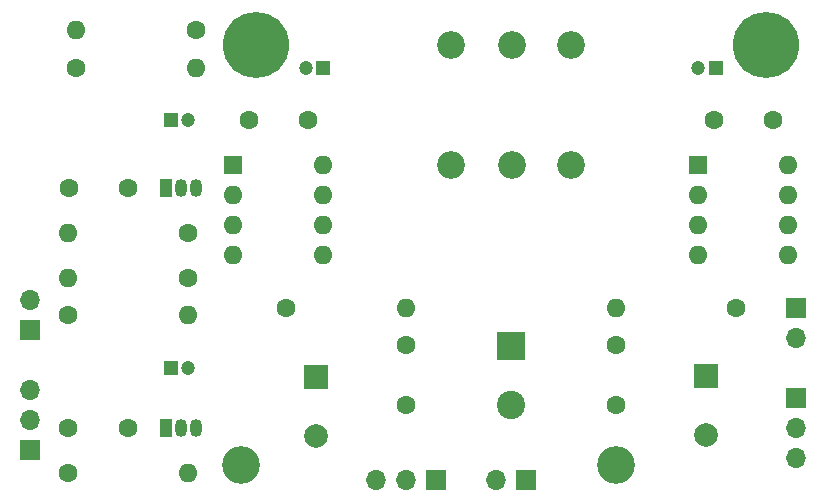
<source format=gts>
G04 #@! TF.GenerationSoftware,KiCad,Pcbnew,8.0.9*
G04 #@! TF.CreationDate,2025-03-02T13:58:42+01:00*
G04 #@! TF.ProjectId,cjss202,636a7373-3230-4322-9e6b-696361645f70,rev?*
G04 #@! TF.SameCoordinates,Original*
G04 #@! TF.FileFunction,Soldermask,Top*
G04 #@! TF.FilePolarity,Negative*
%FSLAX46Y46*%
G04 Gerber Fmt 4.6, Leading zero omitted, Abs format (unit mm)*
G04 Created by KiCad (PCBNEW 8.0.9) date 2025-03-02 13:58:42*
%MOMM*%
%LPD*%
G01*
G04 APERTURE LIST*
%ADD10C,1.600000*%
%ADD11R,1.700000X1.700000*%
%ADD12O,1.700000X1.700000*%
%ADD13R,1.200000X1.200000*%
%ADD14C,1.200000*%
%ADD15C,3.200000*%
%ADD16R,2.000000X2.000000*%
%ADD17C,2.000000*%
%ADD18O,1.600000X1.600000*%
%ADD19R,2.400000X2.400000*%
%ADD20C,2.400000*%
%ADD21C,2.340000*%
%ADD22R,1.050000X1.500000*%
%ADD23O,1.050000X1.500000*%
%ADD24R,1.600000X1.600000*%
%ADD25C,5.600000*%
G04 APERTURE END LIST*
D10*
X32385000Y-61595000D03*
X37385000Y-61595000D03*
X78740000Y-54650000D03*
X78740000Y-59650000D03*
D11*
X29101051Y-53340000D03*
D12*
X29101051Y-50800000D03*
D13*
X87225000Y-31115000D03*
D14*
X85725000Y-31115000D03*
D10*
X32425000Y-41275000D03*
X37425000Y-41275000D03*
D13*
X41045000Y-35560000D03*
D14*
X42545000Y-35560000D03*
D15*
X78740000Y-64770000D03*
D11*
X29101051Y-63500000D03*
D12*
X29101051Y-60960000D03*
X29101051Y-58420000D03*
D11*
X71120000Y-66040000D03*
D12*
X68580000Y-66040000D03*
D11*
X93980000Y-59055000D03*
D12*
X93980000Y-61595000D03*
X93980000Y-64135000D03*
D16*
X53340000Y-57322323D03*
D17*
X53340000Y-62322323D03*
D10*
X88900000Y-51435000D03*
D18*
X78740000Y-51435000D03*
D10*
X32385000Y-52070000D03*
D18*
X42545000Y-52070000D03*
D16*
X86360000Y-57230000D03*
D17*
X86360000Y-62230000D03*
D10*
X43180000Y-27940000D03*
D18*
X33020000Y-27940000D03*
D19*
X69850000Y-54690000D03*
D20*
X69850000Y-59690000D03*
D21*
X74930000Y-39370000D03*
X69930000Y-39370000D03*
X64770000Y-39370000D03*
X74930000Y-29210000D03*
X69930000Y-29210000D03*
X64770000Y-29210000D03*
D13*
X41045000Y-56515000D03*
D14*
X42545000Y-56515000D03*
D13*
X53975000Y-31115000D03*
D14*
X52475000Y-31115000D03*
D10*
X32385000Y-65405000D03*
D18*
X42545000Y-65405000D03*
D22*
X40640000Y-41275000D03*
D23*
X41910000Y-41275000D03*
X43180000Y-41275000D03*
D10*
X50800000Y-51435000D03*
D18*
X60960000Y-51435000D03*
D15*
X46990000Y-64770000D03*
D10*
X60960000Y-54650000D03*
X60960000Y-59650000D03*
X47665000Y-35560000D03*
X52665000Y-35560000D03*
X33020000Y-31115000D03*
D18*
X43180000Y-31115000D03*
D22*
X40640000Y-61595000D03*
D23*
X41910000Y-61595000D03*
X43180000Y-61595000D03*
D24*
X46355000Y-39370000D03*
D18*
X46355000Y-41910000D03*
X46355000Y-44450000D03*
X46355000Y-46990000D03*
X53975000Y-46990000D03*
X53975000Y-44450000D03*
X53975000Y-41910000D03*
X53975000Y-39370000D03*
D10*
X42545000Y-48895000D03*
D18*
X32385000Y-48895000D03*
D25*
X91440000Y-29210000D03*
D10*
X87075000Y-35560000D03*
X92075000Y-35560000D03*
D25*
X48260000Y-29210000D03*
D11*
X93980000Y-51435000D03*
D12*
X93980000Y-53975000D03*
D24*
X85725000Y-39370000D03*
D18*
X85725000Y-41910000D03*
X85725000Y-44450000D03*
X85725000Y-46990000D03*
X93345000Y-46990000D03*
X93345000Y-44450000D03*
X93345000Y-41910000D03*
X93345000Y-39370000D03*
D10*
X42545000Y-45085000D03*
D18*
X32385000Y-45085000D03*
D11*
X63500000Y-66040000D03*
D12*
X60960000Y-66040000D03*
X58420000Y-66040000D03*
M02*

</source>
